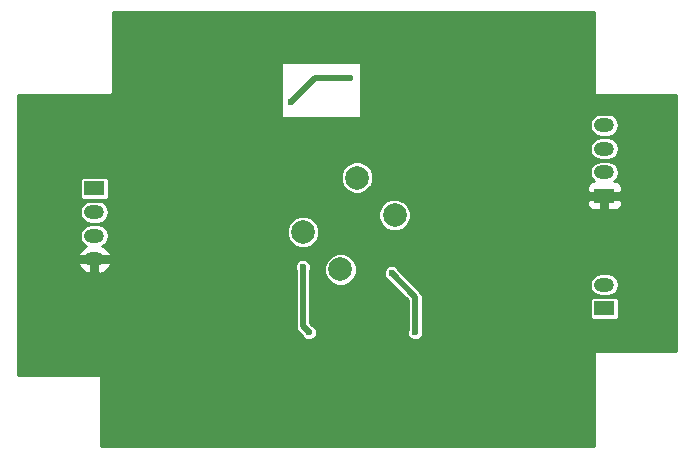
<source format=gbr>
G04 #@! TF.FileFunction,Copper,L2,Bot,Signal*
%FSLAX46Y46*%
G04 Gerber Fmt 4.6, Leading zero omitted, Abs format (unit mm)*
G04 Created by KiCad (PCBNEW 4.0.6) date 05/22/18 14:15:00*
%MOMM*%
%LPD*%
G01*
G04 APERTURE LIST*
%ADD10C,0.100000*%
%ADD11R,1.700000X1.200000*%
%ADD12O,1.700000X1.200000*%
%ADD13C,2.000000*%
%ADD14C,0.600000*%
%ADD15C,0.500000*%
%ADD16C,0.250000*%
G04 APERTURE END LIST*
D10*
D11*
X151765000Y-92710000D03*
D12*
X151765000Y-90710000D03*
X151765000Y-88710000D03*
X151765000Y-86710000D03*
D11*
X151765000Y-102235000D03*
D12*
X151765000Y-100235000D03*
D11*
X108585000Y-92075000D03*
D12*
X108585000Y-94075000D03*
X108585000Y-96075000D03*
X108585000Y-98075000D03*
D13*
X129419981Y-98939981D03*
X126238000Y-95758000D03*
X134016175Y-94343786D03*
X130834194Y-91161806D03*
D14*
X139750000Y-106500000D03*
X121000000Y-100000000D03*
X133500000Y-80500000D03*
X132500000Y-110500000D03*
X144000000Y-98000000D03*
X130250000Y-82750000D03*
X125250000Y-84750000D03*
X133750000Y-99250000D03*
X135750000Y-104250000D03*
X126250000Y-98750000D03*
X126750000Y-104250000D03*
D15*
X127250000Y-82750000D02*
X130250000Y-82750000D01*
X125250000Y-84750000D02*
X127250000Y-82750000D01*
X135750000Y-101250000D02*
X133750000Y-99250000D01*
X135750000Y-104250000D02*
X135750000Y-101250000D01*
X126250000Y-98750000D02*
X126250000Y-103750000D01*
X126250000Y-103750000D02*
X126750000Y-104250000D01*
D16*
G36*
X150875000Y-84000000D02*
X150884848Y-84048632D01*
X150912841Y-84089601D01*
X150954568Y-84116451D01*
X151000000Y-84125000D01*
X157875000Y-84125000D01*
X157875000Y-105875000D01*
X151000000Y-105875000D01*
X150951368Y-105884848D01*
X150910399Y-105912841D01*
X150883549Y-105954568D01*
X150875000Y-106000000D01*
X150875000Y-113850000D01*
X109125000Y-113850000D01*
X109125000Y-108000000D01*
X109115152Y-107951368D01*
X109087159Y-107910399D01*
X109045432Y-107883549D01*
X109000000Y-107875000D01*
X102125000Y-107875000D01*
X102125000Y-98510799D01*
X107181585Y-98510799D01*
X107337482Y-98799739D01*
X107690759Y-99126305D01*
X108142116Y-99292820D01*
X108335000Y-99149750D01*
X108335000Y-98325000D01*
X108835000Y-98325000D01*
X108835000Y-99149750D01*
X109027884Y-99292820D01*
X109479241Y-99126305D01*
X109741714Y-98883677D01*
X125574883Y-98883677D01*
X125625000Y-99004969D01*
X125625000Y-103750000D01*
X125672575Y-103989177D01*
X125808058Y-104191942D01*
X126127756Y-104511640D01*
X126177429Y-104631857D01*
X126367144Y-104821903D01*
X126615145Y-104924883D01*
X126883677Y-104925117D01*
X127131857Y-104822571D01*
X127321903Y-104632856D01*
X127424883Y-104384855D01*
X127425117Y-104116323D01*
X127322571Y-103868143D01*
X127132856Y-103678097D01*
X127011652Y-103627768D01*
X126875000Y-103491116D01*
X126875000Y-99212286D01*
X128044743Y-99212286D01*
X128253633Y-99717838D01*
X128640089Y-100104970D01*
X129145277Y-100314742D01*
X129692286Y-100315219D01*
X130197838Y-100106329D01*
X130584970Y-99719873D01*
X130724570Y-99383677D01*
X133074883Y-99383677D01*
X133177429Y-99631857D01*
X133367144Y-99821903D01*
X133488348Y-99872232D01*
X135125000Y-101508884D01*
X135125000Y-103995015D01*
X135075117Y-104115145D01*
X135074883Y-104383677D01*
X135177429Y-104631857D01*
X135367144Y-104821903D01*
X135615145Y-104924883D01*
X135883677Y-104925117D01*
X136131857Y-104822571D01*
X136321903Y-104632856D01*
X136424883Y-104384855D01*
X136425117Y-104116323D01*
X136375000Y-103995031D01*
X136375000Y-101635000D01*
X150532654Y-101635000D01*
X150532654Y-102835000D01*
X150558802Y-102973966D01*
X150640931Y-103101599D01*
X150766246Y-103187223D01*
X150915000Y-103217346D01*
X152615000Y-103217346D01*
X152753966Y-103191198D01*
X152881599Y-103109069D01*
X152967223Y-102983754D01*
X152997346Y-102835000D01*
X152997346Y-101635000D01*
X152971198Y-101496034D01*
X152889069Y-101368401D01*
X152763754Y-101282777D01*
X152615000Y-101252654D01*
X150915000Y-101252654D01*
X150776034Y-101278802D01*
X150648401Y-101360931D01*
X150562777Y-101486246D01*
X150532654Y-101635000D01*
X136375000Y-101635000D01*
X136375000Y-101250000D01*
X136327425Y-101010823D01*
X136327425Y-101010822D01*
X136191942Y-100808058D01*
X135618884Y-100235000D01*
X150516001Y-100235000D01*
X150590218Y-100608116D01*
X150801572Y-100924429D01*
X151117885Y-101135783D01*
X151491001Y-101210000D01*
X152038999Y-101210000D01*
X152412115Y-101135783D01*
X152728428Y-100924429D01*
X152939782Y-100608116D01*
X153013999Y-100235000D01*
X152939782Y-99861884D01*
X152728428Y-99545571D01*
X152412115Y-99334217D01*
X152038999Y-99260000D01*
X151491001Y-99260000D01*
X151117885Y-99334217D01*
X150801572Y-99545571D01*
X150590218Y-99861884D01*
X150516001Y-100235000D01*
X135618884Y-100235000D01*
X134372244Y-98988360D01*
X134322571Y-98868143D01*
X134132856Y-98678097D01*
X133884855Y-98575117D01*
X133616323Y-98574883D01*
X133368143Y-98677429D01*
X133178097Y-98867144D01*
X133075117Y-99115145D01*
X133074883Y-99383677D01*
X130724570Y-99383677D01*
X130794742Y-99214685D01*
X130795219Y-98667676D01*
X130586329Y-98162124D01*
X130199873Y-97774992D01*
X129694685Y-97565220D01*
X129147676Y-97564743D01*
X128642124Y-97773633D01*
X128254992Y-98160089D01*
X128045220Y-98665277D01*
X128044743Y-99212286D01*
X126875000Y-99212286D01*
X126875000Y-99004985D01*
X126924883Y-98884855D01*
X126925117Y-98616323D01*
X126822571Y-98368143D01*
X126632856Y-98178097D01*
X126384855Y-98075117D01*
X126116323Y-98074883D01*
X125868143Y-98177429D01*
X125678097Y-98367144D01*
X125575117Y-98615145D01*
X125574883Y-98883677D01*
X109741714Y-98883677D01*
X109832518Y-98799739D01*
X109988415Y-98510799D01*
X109880269Y-98325000D01*
X108835000Y-98325000D01*
X108335000Y-98325000D01*
X107289731Y-98325000D01*
X107181585Y-98510799D01*
X102125000Y-98510799D01*
X102125000Y-97639201D01*
X107181585Y-97639201D01*
X107289731Y-97825000D01*
X108335000Y-97825000D01*
X108335000Y-97805000D01*
X108835000Y-97805000D01*
X108835000Y-97825000D01*
X109880269Y-97825000D01*
X109988415Y-97639201D01*
X109832518Y-97350261D01*
X109479241Y-97023695D01*
X109273825Y-96947913D01*
X109548428Y-96764429D01*
X109759782Y-96448116D01*
X109833999Y-96075000D01*
X109825109Y-96030305D01*
X124862762Y-96030305D01*
X125071652Y-96535857D01*
X125458108Y-96922989D01*
X125963296Y-97132761D01*
X126510305Y-97133238D01*
X127015857Y-96924348D01*
X127402989Y-96537892D01*
X127612761Y-96032704D01*
X127613238Y-95485695D01*
X127404348Y-94980143D01*
X127040932Y-94616091D01*
X132640937Y-94616091D01*
X132849827Y-95121643D01*
X133236283Y-95508775D01*
X133741471Y-95718547D01*
X134288480Y-95719024D01*
X134794032Y-95510134D01*
X135181164Y-95123678D01*
X135390936Y-94618490D01*
X135391413Y-94071481D01*
X135182523Y-93565929D01*
X134796067Y-93178797D01*
X134650254Y-93118250D01*
X150282000Y-93118250D01*
X150282000Y-93435911D01*
X150378368Y-93668565D01*
X150556434Y-93846631D01*
X150789088Y-93943000D01*
X151356750Y-93943000D01*
X151515000Y-93784750D01*
X151515000Y-92960000D01*
X152015000Y-92960000D01*
X152015000Y-93784750D01*
X152173250Y-93943000D01*
X152740912Y-93943000D01*
X152973566Y-93846631D01*
X153151632Y-93668565D01*
X153248000Y-93435911D01*
X153248000Y-93118250D01*
X153089750Y-92960000D01*
X152015000Y-92960000D01*
X151515000Y-92960000D01*
X150440250Y-92960000D01*
X150282000Y-93118250D01*
X134650254Y-93118250D01*
X134290879Y-92969025D01*
X133743870Y-92968548D01*
X133238318Y-93177438D01*
X132851186Y-93563894D01*
X132641414Y-94069082D01*
X132640937Y-94616091D01*
X127040932Y-94616091D01*
X127017892Y-94593011D01*
X126512704Y-94383239D01*
X125965695Y-94382762D01*
X125460143Y-94591652D01*
X125073011Y-94978108D01*
X124863239Y-95483296D01*
X124862762Y-96030305D01*
X109825109Y-96030305D01*
X109759782Y-95701884D01*
X109548428Y-95385571D01*
X109232115Y-95174217D01*
X108858999Y-95100000D01*
X108311001Y-95100000D01*
X107937885Y-95174217D01*
X107621572Y-95385571D01*
X107410218Y-95701884D01*
X107336001Y-96075000D01*
X107410218Y-96448116D01*
X107621572Y-96764429D01*
X107896175Y-96947913D01*
X107690759Y-97023695D01*
X107337482Y-97350261D01*
X107181585Y-97639201D01*
X102125000Y-97639201D01*
X102125000Y-94075000D01*
X107336001Y-94075000D01*
X107410218Y-94448116D01*
X107621572Y-94764429D01*
X107937885Y-94975783D01*
X108311001Y-95050000D01*
X108858999Y-95050000D01*
X109232115Y-94975783D01*
X109548428Y-94764429D01*
X109759782Y-94448116D01*
X109833999Y-94075000D01*
X109759782Y-93701884D01*
X109548428Y-93385571D01*
X109232115Y-93174217D01*
X108858999Y-93100000D01*
X108311001Y-93100000D01*
X107937885Y-93174217D01*
X107621572Y-93385571D01*
X107410218Y-93701884D01*
X107336001Y-94075000D01*
X102125000Y-94075000D01*
X102125000Y-91475000D01*
X107352654Y-91475000D01*
X107352654Y-92675000D01*
X107378802Y-92813966D01*
X107460931Y-92941599D01*
X107586246Y-93027223D01*
X107735000Y-93057346D01*
X109435000Y-93057346D01*
X109573966Y-93031198D01*
X109701599Y-92949069D01*
X109787223Y-92823754D01*
X109817346Y-92675000D01*
X109817346Y-91475000D01*
X109809653Y-91434111D01*
X129458956Y-91434111D01*
X129667846Y-91939663D01*
X130054302Y-92326795D01*
X130559490Y-92536567D01*
X131106499Y-92537044D01*
X131612051Y-92328154D01*
X131956717Y-91984089D01*
X150282000Y-91984089D01*
X150282000Y-92301750D01*
X150440250Y-92460000D01*
X151515000Y-92460000D01*
X151515000Y-92440000D01*
X152015000Y-92440000D01*
X152015000Y-92460000D01*
X153089750Y-92460000D01*
X153248000Y-92301750D01*
X153248000Y-91984089D01*
X153151632Y-91751435D01*
X152973566Y-91573369D01*
X152740912Y-91477000D01*
X152612335Y-91477000D01*
X152728428Y-91399429D01*
X152939782Y-91083116D01*
X153013999Y-90710000D01*
X152939782Y-90336884D01*
X152728428Y-90020571D01*
X152412115Y-89809217D01*
X152038999Y-89735000D01*
X151491001Y-89735000D01*
X151117885Y-89809217D01*
X150801572Y-90020571D01*
X150590218Y-90336884D01*
X150516001Y-90710000D01*
X150590218Y-91083116D01*
X150801572Y-91399429D01*
X150917665Y-91477000D01*
X150789088Y-91477000D01*
X150556434Y-91573369D01*
X150378368Y-91751435D01*
X150282000Y-91984089D01*
X131956717Y-91984089D01*
X131999183Y-91941698D01*
X132208955Y-91436510D01*
X132209432Y-90889501D01*
X132000542Y-90383949D01*
X131614086Y-89996817D01*
X131108898Y-89787045D01*
X130561889Y-89786568D01*
X130056337Y-89995458D01*
X129669205Y-90381914D01*
X129459433Y-90887102D01*
X129458956Y-91434111D01*
X109809653Y-91434111D01*
X109791198Y-91336034D01*
X109709069Y-91208401D01*
X109583754Y-91122777D01*
X109435000Y-91092654D01*
X107735000Y-91092654D01*
X107596034Y-91118802D01*
X107468401Y-91200931D01*
X107382777Y-91326246D01*
X107352654Y-91475000D01*
X102125000Y-91475000D01*
X102125000Y-88710000D01*
X150516001Y-88710000D01*
X150590218Y-89083116D01*
X150801572Y-89399429D01*
X151117885Y-89610783D01*
X151491001Y-89685000D01*
X152038999Y-89685000D01*
X152412115Y-89610783D01*
X152728428Y-89399429D01*
X152939782Y-89083116D01*
X153013999Y-88710000D01*
X152939782Y-88336884D01*
X152728428Y-88020571D01*
X152412115Y-87809217D01*
X152038999Y-87735000D01*
X151491001Y-87735000D01*
X151117885Y-87809217D01*
X150801572Y-88020571D01*
X150590218Y-88336884D01*
X150516001Y-88710000D01*
X102125000Y-88710000D01*
X102125000Y-86710000D01*
X150516001Y-86710000D01*
X150590218Y-87083116D01*
X150801572Y-87399429D01*
X151117885Y-87610783D01*
X151491001Y-87685000D01*
X152038999Y-87685000D01*
X152412115Y-87610783D01*
X152728428Y-87399429D01*
X152939782Y-87083116D01*
X153013999Y-86710000D01*
X152939782Y-86336884D01*
X152728428Y-86020571D01*
X152412115Y-85809217D01*
X152038999Y-85735000D01*
X151491001Y-85735000D01*
X151117885Y-85809217D01*
X150801572Y-86020571D01*
X150590218Y-86336884D01*
X150516001Y-86710000D01*
X102125000Y-86710000D01*
X102125000Y-84125000D01*
X110000000Y-84125000D01*
X110048632Y-84115152D01*
X110089601Y-84087159D01*
X110116451Y-84045432D01*
X110125000Y-84000000D01*
X110125000Y-81500000D01*
X124375000Y-81500000D01*
X124375000Y-86000000D01*
X124383549Y-86045432D01*
X124410399Y-86087159D01*
X124451368Y-86115152D01*
X124500000Y-86125000D01*
X131000000Y-86125000D01*
X131045432Y-86116451D01*
X131087159Y-86089601D01*
X131115152Y-86048632D01*
X131125000Y-86000000D01*
X131125000Y-81500000D01*
X131116451Y-81454568D01*
X131089601Y-81412841D01*
X131048632Y-81384848D01*
X131000000Y-81375000D01*
X124500000Y-81375000D01*
X124454568Y-81383549D01*
X124412841Y-81410399D01*
X124384848Y-81451368D01*
X124375000Y-81500000D01*
X110125000Y-81500000D01*
X110125000Y-77125000D01*
X150875000Y-77125000D01*
X150875000Y-84000000D01*
X150875000Y-84000000D01*
G37*
X150875000Y-84000000D02*
X150884848Y-84048632D01*
X150912841Y-84089601D01*
X150954568Y-84116451D01*
X151000000Y-84125000D01*
X157875000Y-84125000D01*
X157875000Y-105875000D01*
X151000000Y-105875000D01*
X150951368Y-105884848D01*
X150910399Y-105912841D01*
X150883549Y-105954568D01*
X150875000Y-106000000D01*
X150875000Y-113850000D01*
X109125000Y-113850000D01*
X109125000Y-108000000D01*
X109115152Y-107951368D01*
X109087159Y-107910399D01*
X109045432Y-107883549D01*
X109000000Y-107875000D01*
X102125000Y-107875000D01*
X102125000Y-98510799D01*
X107181585Y-98510799D01*
X107337482Y-98799739D01*
X107690759Y-99126305D01*
X108142116Y-99292820D01*
X108335000Y-99149750D01*
X108335000Y-98325000D01*
X108835000Y-98325000D01*
X108835000Y-99149750D01*
X109027884Y-99292820D01*
X109479241Y-99126305D01*
X109741714Y-98883677D01*
X125574883Y-98883677D01*
X125625000Y-99004969D01*
X125625000Y-103750000D01*
X125672575Y-103989177D01*
X125808058Y-104191942D01*
X126127756Y-104511640D01*
X126177429Y-104631857D01*
X126367144Y-104821903D01*
X126615145Y-104924883D01*
X126883677Y-104925117D01*
X127131857Y-104822571D01*
X127321903Y-104632856D01*
X127424883Y-104384855D01*
X127425117Y-104116323D01*
X127322571Y-103868143D01*
X127132856Y-103678097D01*
X127011652Y-103627768D01*
X126875000Y-103491116D01*
X126875000Y-99212286D01*
X128044743Y-99212286D01*
X128253633Y-99717838D01*
X128640089Y-100104970D01*
X129145277Y-100314742D01*
X129692286Y-100315219D01*
X130197838Y-100106329D01*
X130584970Y-99719873D01*
X130724570Y-99383677D01*
X133074883Y-99383677D01*
X133177429Y-99631857D01*
X133367144Y-99821903D01*
X133488348Y-99872232D01*
X135125000Y-101508884D01*
X135125000Y-103995015D01*
X135075117Y-104115145D01*
X135074883Y-104383677D01*
X135177429Y-104631857D01*
X135367144Y-104821903D01*
X135615145Y-104924883D01*
X135883677Y-104925117D01*
X136131857Y-104822571D01*
X136321903Y-104632856D01*
X136424883Y-104384855D01*
X136425117Y-104116323D01*
X136375000Y-103995031D01*
X136375000Y-101635000D01*
X150532654Y-101635000D01*
X150532654Y-102835000D01*
X150558802Y-102973966D01*
X150640931Y-103101599D01*
X150766246Y-103187223D01*
X150915000Y-103217346D01*
X152615000Y-103217346D01*
X152753966Y-103191198D01*
X152881599Y-103109069D01*
X152967223Y-102983754D01*
X152997346Y-102835000D01*
X152997346Y-101635000D01*
X152971198Y-101496034D01*
X152889069Y-101368401D01*
X152763754Y-101282777D01*
X152615000Y-101252654D01*
X150915000Y-101252654D01*
X150776034Y-101278802D01*
X150648401Y-101360931D01*
X150562777Y-101486246D01*
X150532654Y-101635000D01*
X136375000Y-101635000D01*
X136375000Y-101250000D01*
X136327425Y-101010823D01*
X136327425Y-101010822D01*
X136191942Y-100808058D01*
X135618884Y-100235000D01*
X150516001Y-100235000D01*
X150590218Y-100608116D01*
X150801572Y-100924429D01*
X151117885Y-101135783D01*
X151491001Y-101210000D01*
X152038999Y-101210000D01*
X152412115Y-101135783D01*
X152728428Y-100924429D01*
X152939782Y-100608116D01*
X153013999Y-100235000D01*
X152939782Y-99861884D01*
X152728428Y-99545571D01*
X152412115Y-99334217D01*
X152038999Y-99260000D01*
X151491001Y-99260000D01*
X151117885Y-99334217D01*
X150801572Y-99545571D01*
X150590218Y-99861884D01*
X150516001Y-100235000D01*
X135618884Y-100235000D01*
X134372244Y-98988360D01*
X134322571Y-98868143D01*
X134132856Y-98678097D01*
X133884855Y-98575117D01*
X133616323Y-98574883D01*
X133368143Y-98677429D01*
X133178097Y-98867144D01*
X133075117Y-99115145D01*
X133074883Y-99383677D01*
X130724570Y-99383677D01*
X130794742Y-99214685D01*
X130795219Y-98667676D01*
X130586329Y-98162124D01*
X130199873Y-97774992D01*
X129694685Y-97565220D01*
X129147676Y-97564743D01*
X128642124Y-97773633D01*
X128254992Y-98160089D01*
X128045220Y-98665277D01*
X128044743Y-99212286D01*
X126875000Y-99212286D01*
X126875000Y-99004985D01*
X126924883Y-98884855D01*
X126925117Y-98616323D01*
X126822571Y-98368143D01*
X126632856Y-98178097D01*
X126384855Y-98075117D01*
X126116323Y-98074883D01*
X125868143Y-98177429D01*
X125678097Y-98367144D01*
X125575117Y-98615145D01*
X125574883Y-98883677D01*
X109741714Y-98883677D01*
X109832518Y-98799739D01*
X109988415Y-98510799D01*
X109880269Y-98325000D01*
X108835000Y-98325000D01*
X108335000Y-98325000D01*
X107289731Y-98325000D01*
X107181585Y-98510799D01*
X102125000Y-98510799D01*
X102125000Y-97639201D01*
X107181585Y-97639201D01*
X107289731Y-97825000D01*
X108335000Y-97825000D01*
X108335000Y-97805000D01*
X108835000Y-97805000D01*
X108835000Y-97825000D01*
X109880269Y-97825000D01*
X109988415Y-97639201D01*
X109832518Y-97350261D01*
X109479241Y-97023695D01*
X109273825Y-96947913D01*
X109548428Y-96764429D01*
X109759782Y-96448116D01*
X109833999Y-96075000D01*
X109825109Y-96030305D01*
X124862762Y-96030305D01*
X125071652Y-96535857D01*
X125458108Y-96922989D01*
X125963296Y-97132761D01*
X126510305Y-97133238D01*
X127015857Y-96924348D01*
X127402989Y-96537892D01*
X127612761Y-96032704D01*
X127613238Y-95485695D01*
X127404348Y-94980143D01*
X127040932Y-94616091D01*
X132640937Y-94616091D01*
X132849827Y-95121643D01*
X133236283Y-95508775D01*
X133741471Y-95718547D01*
X134288480Y-95719024D01*
X134794032Y-95510134D01*
X135181164Y-95123678D01*
X135390936Y-94618490D01*
X135391413Y-94071481D01*
X135182523Y-93565929D01*
X134796067Y-93178797D01*
X134650254Y-93118250D01*
X150282000Y-93118250D01*
X150282000Y-93435911D01*
X150378368Y-93668565D01*
X150556434Y-93846631D01*
X150789088Y-93943000D01*
X151356750Y-93943000D01*
X151515000Y-93784750D01*
X151515000Y-92960000D01*
X152015000Y-92960000D01*
X152015000Y-93784750D01*
X152173250Y-93943000D01*
X152740912Y-93943000D01*
X152973566Y-93846631D01*
X153151632Y-93668565D01*
X153248000Y-93435911D01*
X153248000Y-93118250D01*
X153089750Y-92960000D01*
X152015000Y-92960000D01*
X151515000Y-92960000D01*
X150440250Y-92960000D01*
X150282000Y-93118250D01*
X134650254Y-93118250D01*
X134290879Y-92969025D01*
X133743870Y-92968548D01*
X133238318Y-93177438D01*
X132851186Y-93563894D01*
X132641414Y-94069082D01*
X132640937Y-94616091D01*
X127040932Y-94616091D01*
X127017892Y-94593011D01*
X126512704Y-94383239D01*
X125965695Y-94382762D01*
X125460143Y-94591652D01*
X125073011Y-94978108D01*
X124863239Y-95483296D01*
X124862762Y-96030305D01*
X109825109Y-96030305D01*
X109759782Y-95701884D01*
X109548428Y-95385571D01*
X109232115Y-95174217D01*
X108858999Y-95100000D01*
X108311001Y-95100000D01*
X107937885Y-95174217D01*
X107621572Y-95385571D01*
X107410218Y-95701884D01*
X107336001Y-96075000D01*
X107410218Y-96448116D01*
X107621572Y-96764429D01*
X107896175Y-96947913D01*
X107690759Y-97023695D01*
X107337482Y-97350261D01*
X107181585Y-97639201D01*
X102125000Y-97639201D01*
X102125000Y-94075000D01*
X107336001Y-94075000D01*
X107410218Y-94448116D01*
X107621572Y-94764429D01*
X107937885Y-94975783D01*
X108311001Y-95050000D01*
X108858999Y-95050000D01*
X109232115Y-94975783D01*
X109548428Y-94764429D01*
X109759782Y-94448116D01*
X109833999Y-94075000D01*
X109759782Y-93701884D01*
X109548428Y-93385571D01*
X109232115Y-93174217D01*
X108858999Y-93100000D01*
X108311001Y-93100000D01*
X107937885Y-93174217D01*
X107621572Y-93385571D01*
X107410218Y-93701884D01*
X107336001Y-94075000D01*
X102125000Y-94075000D01*
X102125000Y-91475000D01*
X107352654Y-91475000D01*
X107352654Y-92675000D01*
X107378802Y-92813966D01*
X107460931Y-92941599D01*
X107586246Y-93027223D01*
X107735000Y-93057346D01*
X109435000Y-93057346D01*
X109573966Y-93031198D01*
X109701599Y-92949069D01*
X109787223Y-92823754D01*
X109817346Y-92675000D01*
X109817346Y-91475000D01*
X109809653Y-91434111D01*
X129458956Y-91434111D01*
X129667846Y-91939663D01*
X130054302Y-92326795D01*
X130559490Y-92536567D01*
X131106499Y-92537044D01*
X131612051Y-92328154D01*
X131956717Y-91984089D01*
X150282000Y-91984089D01*
X150282000Y-92301750D01*
X150440250Y-92460000D01*
X151515000Y-92460000D01*
X151515000Y-92440000D01*
X152015000Y-92440000D01*
X152015000Y-92460000D01*
X153089750Y-92460000D01*
X153248000Y-92301750D01*
X153248000Y-91984089D01*
X153151632Y-91751435D01*
X152973566Y-91573369D01*
X152740912Y-91477000D01*
X152612335Y-91477000D01*
X152728428Y-91399429D01*
X152939782Y-91083116D01*
X153013999Y-90710000D01*
X152939782Y-90336884D01*
X152728428Y-90020571D01*
X152412115Y-89809217D01*
X152038999Y-89735000D01*
X151491001Y-89735000D01*
X151117885Y-89809217D01*
X150801572Y-90020571D01*
X150590218Y-90336884D01*
X150516001Y-90710000D01*
X150590218Y-91083116D01*
X150801572Y-91399429D01*
X150917665Y-91477000D01*
X150789088Y-91477000D01*
X150556434Y-91573369D01*
X150378368Y-91751435D01*
X150282000Y-91984089D01*
X131956717Y-91984089D01*
X131999183Y-91941698D01*
X132208955Y-91436510D01*
X132209432Y-90889501D01*
X132000542Y-90383949D01*
X131614086Y-89996817D01*
X131108898Y-89787045D01*
X130561889Y-89786568D01*
X130056337Y-89995458D01*
X129669205Y-90381914D01*
X129459433Y-90887102D01*
X129458956Y-91434111D01*
X109809653Y-91434111D01*
X109791198Y-91336034D01*
X109709069Y-91208401D01*
X109583754Y-91122777D01*
X109435000Y-91092654D01*
X107735000Y-91092654D01*
X107596034Y-91118802D01*
X107468401Y-91200931D01*
X107382777Y-91326246D01*
X107352654Y-91475000D01*
X102125000Y-91475000D01*
X102125000Y-88710000D01*
X150516001Y-88710000D01*
X150590218Y-89083116D01*
X150801572Y-89399429D01*
X151117885Y-89610783D01*
X151491001Y-89685000D01*
X152038999Y-89685000D01*
X152412115Y-89610783D01*
X152728428Y-89399429D01*
X152939782Y-89083116D01*
X153013999Y-88710000D01*
X152939782Y-88336884D01*
X152728428Y-88020571D01*
X152412115Y-87809217D01*
X152038999Y-87735000D01*
X151491001Y-87735000D01*
X151117885Y-87809217D01*
X150801572Y-88020571D01*
X150590218Y-88336884D01*
X150516001Y-88710000D01*
X102125000Y-88710000D01*
X102125000Y-86710000D01*
X150516001Y-86710000D01*
X150590218Y-87083116D01*
X150801572Y-87399429D01*
X151117885Y-87610783D01*
X151491001Y-87685000D01*
X152038999Y-87685000D01*
X152412115Y-87610783D01*
X152728428Y-87399429D01*
X152939782Y-87083116D01*
X153013999Y-86710000D01*
X152939782Y-86336884D01*
X152728428Y-86020571D01*
X152412115Y-85809217D01*
X152038999Y-85735000D01*
X151491001Y-85735000D01*
X151117885Y-85809217D01*
X150801572Y-86020571D01*
X150590218Y-86336884D01*
X150516001Y-86710000D01*
X102125000Y-86710000D01*
X102125000Y-84125000D01*
X110000000Y-84125000D01*
X110048632Y-84115152D01*
X110089601Y-84087159D01*
X110116451Y-84045432D01*
X110125000Y-84000000D01*
X110125000Y-81500000D01*
X124375000Y-81500000D01*
X124375000Y-86000000D01*
X124383549Y-86045432D01*
X124410399Y-86087159D01*
X124451368Y-86115152D01*
X124500000Y-86125000D01*
X131000000Y-86125000D01*
X131045432Y-86116451D01*
X131087159Y-86089601D01*
X131115152Y-86048632D01*
X131125000Y-86000000D01*
X131125000Y-81500000D01*
X131116451Y-81454568D01*
X131089601Y-81412841D01*
X131048632Y-81384848D01*
X131000000Y-81375000D01*
X124500000Y-81375000D01*
X124454568Y-81383549D01*
X124412841Y-81410399D01*
X124384848Y-81451368D01*
X124375000Y-81500000D01*
X110125000Y-81500000D01*
X110125000Y-77125000D01*
X150875000Y-77125000D01*
X150875000Y-84000000D01*
M02*

</source>
